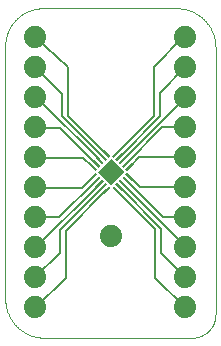
<source format=gtl>
G75*
%MOIN*%
%OFA0B0*%
%FSLAX25Y25*%
%IPPOS*%
%LPD*%
%AMOC8*
5,1,8,0,0,1.08239X$1,22.5*
%
%ADD10C,0.00000*%
%ADD11C,0.07400*%
%ADD12R,0.06299X0.06299*%
%ADD13R,0.03150X0.00787*%
%ADD14C,0.00787*%
%ADD15C,0.00984*%
%ADD16C,0.01000*%
%ADD17C,0.02978*%
D10*
X0001000Y0013992D02*
X0001000Y0098244D01*
X0001004Y0098548D01*
X0001015Y0098853D01*
X0001033Y0099157D01*
X0001059Y0099460D01*
X0001092Y0099763D01*
X0001132Y0100064D01*
X0001180Y0100365D01*
X0001235Y0100664D01*
X0001297Y0100962D01*
X0001366Y0101259D01*
X0001442Y0101554D01*
X0001526Y0101846D01*
X0001617Y0102137D01*
X0001714Y0102425D01*
X0001819Y0102711D01*
X0001930Y0102995D01*
X0002048Y0103275D01*
X0002173Y0103553D01*
X0002305Y0103827D01*
X0002443Y0104099D01*
X0002588Y0104366D01*
X0002739Y0104631D01*
X0002896Y0104891D01*
X0003060Y0105148D01*
X0003230Y0105400D01*
X0003406Y0105649D01*
X0003588Y0105893D01*
X0003776Y0106133D01*
X0003969Y0106368D01*
X0004168Y0106598D01*
X0004373Y0106823D01*
X0004583Y0107044D01*
X0004798Y0107259D01*
X0005019Y0107469D01*
X0005244Y0107674D01*
X0005474Y0107873D01*
X0005709Y0108066D01*
X0005949Y0108254D01*
X0006193Y0108436D01*
X0006442Y0108612D01*
X0006694Y0108782D01*
X0006951Y0108946D01*
X0007211Y0109103D01*
X0007476Y0109254D01*
X0007743Y0109399D01*
X0008015Y0109537D01*
X0008289Y0109669D01*
X0008567Y0109794D01*
X0008847Y0109912D01*
X0009131Y0110023D01*
X0009417Y0110128D01*
X0009705Y0110225D01*
X0009996Y0110316D01*
X0010288Y0110400D01*
X0010583Y0110476D01*
X0010880Y0110545D01*
X0011178Y0110607D01*
X0011477Y0110662D01*
X0011778Y0110710D01*
X0012079Y0110750D01*
X0012382Y0110783D01*
X0012685Y0110809D01*
X0012989Y0110827D01*
X0013294Y0110838D01*
X0013598Y0110842D01*
X0013598Y0110843D02*
X0058087Y0110843D01*
X0058087Y0110842D02*
X0058401Y0110838D01*
X0058715Y0110827D01*
X0059028Y0110808D01*
X0059341Y0110781D01*
X0059653Y0110747D01*
X0059964Y0110706D01*
X0060274Y0110657D01*
X0060583Y0110600D01*
X0060890Y0110536D01*
X0061196Y0110464D01*
X0061500Y0110386D01*
X0061802Y0110300D01*
X0062102Y0110206D01*
X0062399Y0110106D01*
X0062694Y0109998D01*
X0062986Y0109883D01*
X0063276Y0109761D01*
X0063562Y0109632D01*
X0063845Y0109496D01*
X0064125Y0109354D01*
X0064401Y0109205D01*
X0064673Y0109049D01*
X0064942Y0108886D01*
X0065207Y0108717D01*
X0065467Y0108542D01*
X0065724Y0108361D01*
X0065975Y0108173D01*
X0066222Y0107980D01*
X0066465Y0107780D01*
X0066702Y0107575D01*
X0066935Y0107364D01*
X0067162Y0107147D01*
X0067384Y0106925D01*
X0067601Y0106698D01*
X0067812Y0106465D01*
X0068017Y0106228D01*
X0068217Y0105985D01*
X0068410Y0105738D01*
X0068598Y0105487D01*
X0068779Y0105230D01*
X0068954Y0104970D01*
X0069123Y0104705D01*
X0069286Y0104436D01*
X0069442Y0104164D01*
X0069591Y0103888D01*
X0069733Y0103608D01*
X0069869Y0103325D01*
X0069998Y0103039D01*
X0070120Y0102749D01*
X0070235Y0102457D01*
X0070343Y0102162D01*
X0070443Y0101865D01*
X0070537Y0101565D01*
X0070623Y0101263D01*
X0070701Y0100959D01*
X0070773Y0100653D01*
X0070837Y0100346D01*
X0070894Y0100037D01*
X0070943Y0099727D01*
X0070984Y0099416D01*
X0071018Y0099104D01*
X0071045Y0098791D01*
X0071064Y0098478D01*
X0071075Y0098164D01*
X0071079Y0097850D01*
X0071079Y0008874D01*
X0071077Y0008684D01*
X0071070Y0008494D01*
X0071058Y0008304D01*
X0071042Y0008114D01*
X0071022Y0007925D01*
X0070996Y0007736D01*
X0070967Y0007548D01*
X0070932Y0007361D01*
X0070893Y0007175D01*
X0070850Y0006990D01*
X0070802Y0006805D01*
X0070750Y0006622D01*
X0070694Y0006441D01*
X0070633Y0006261D01*
X0070567Y0006082D01*
X0070498Y0005905D01*
X0070424Y0005729D01*
X0070346Y0005556D01*
X0070263Y0005384D01*
X0070177Y0005215D01*
X0070087Y0005047D01*
X0069992Y0004882D01*
X0069894Y0004719D01*
X0069791Y0004559D01*
X0069685Y0004401D01*
X0069575Y0004246D01*
X0069462Y0004093D01*
X0069344Y0003943D01*
X0069223Y0003797D01*
X0069099Y0003653D01*
X0068971Y0003512D01*
X0068840Y0003374D01*
X0068705Y0003239D01*
X0068567Y0003108D01*
X0068426Y0002980D01*
X0068282Y0002856D01*
X0068136Y0002735D01*
X0067986Y0002617D01*
X0067833Y0002504D01*
X0067678Y0002394D01*
X0067520Y0002288D01*
X0067360Y0002185D01*
X0067197Y0002087D01*
X0067032Y0001992D01*
X0066864Y0001902D01*
X0066695Y0001816D01*
X0066523Y0001733D01*
X0066350Y0001655D01*
X0066174Y0001581D01*
X0065997Y0001512D01*
X0065818Y0001446D01*
X0065638Y0001385D01*
X0065457Y0001329D01*
X0065274Y0001277D01*
X0065089Y0001229D01*
X0064904Y0001186D01*
X0064718Y0001147D01*
X0064531Y0001112D01*
X0064343Y0001083D01*
X0064154Y0001057D01*
X0063965Y0001037D01*
X0063775Y0001021D01*
X0063585Y0001009D01*
X0063395Y0001002D01*
X0063205Y0001000D01*
X0013992Y0001000D01*
X0013678Y0001004D01*
X0013364Y0001015D01*
X0013051Y0001034D01*
X0012738Y0001061D01*
X0012426Y0001095D01*
X0012115Y0001136D01*
X0011805Y0001185D01*
X0011496Y0001242D01*
X0011189Y0001306D01*
X0010883Y0001378D01*
X0010579Y0001456D01*
X0010277Y0001542D01*
X0009977Y0001636D01*
X0009680Y0001736D01*
X0009385Y0001844D01*
X0009093Y0001959D01*
X0008803Y0002081D01*
X0008517Y0002210D01*
X0008234Y0002346D01*
X0007954Y0002488D01*
X0007678Y0002637D01*
X0007406Y0002793D01*
X0007137Y0002956D01*
X0006872Y0003125D01*
X0006612Y0003300D01*
X0006355Y0003481D01*
X0006104Y0003669D01*
X0005857Y0003862D01*
X0005614Y0004062D01*
X0005377Y0004267D01*
X0005144Y0004478D01*
X0004917Y0004695D01*
X0004695Y0004917D01*
X0004478Y0005144D01*
X0004267Y0005377D01*
X0004062Y0005614D01*
X0003862Y0005857D01*
X0003669Y0006104D01*
X0003481Y0006355D01*
X0003300Y0006612D01*
X0003125Y0006872D01*
X0002956Y0007137D01*
X0002793Y0007406D01*
X0002637Y0007678D01*
X0002488Y0007954D01*
X0002346Y0008234D01*
X0002210Y0008517D01*
X0002081Y0008803D01*
X0001959Y0009093D01*
X0001844Y0009385D01*
X0001736Y0009680D01*
X0001636Y0009977D01*
X0001542Y0010277D01*
X0001456Y0010579D01*
X0001378Y0010883D01*
X0001306Y0011189D01*
X0001242Y0011496D01*
X0001185Y0011805D01*
X0001136Y0012115D01*
X0001095Y0012426D01*
X0001061Y0012738D01*
X0001034Y0013051D01*
X0001015Y0013364D01*
X0001004Y0013678D01*
X0001000Y0013992D01*
D11*
X0011039Y0011118D03*
X0011039Y0021118D03*
X0011039Y0031118D03*
X0011039Y0041118D03*
X0011039Y0051118D03*
X0011039Y0061118D03*
X0011039Y0071118D03*
X0011039Y0081118D03*
X0011039Y0091118D03*
X0011039Y0101118D03*
X0036276Y0034858D03*
X0061039Y0031118D03*
X0061039Y0021118D03*
X0061039Y0011118D03*
X0061039Y0041118D03*
X0061039Y0051118D03*
X0061039Y0061118D03*
X0061039Y0071118D03*
X0061039Y0081118D03*
X0061039Y0091118D03*
X0061039Y0101118D03*
D12*
G36*
X0036318Y0060731D02*
X0040771Y0056278D01*
X0036318Y0051825D01*
X0031865Y0056278D01*
X0036318Y0060731D01*
G37*
D13*
G36*
X0039379Y0063238D02*
X0037153Y0061012D01*
X0036597Y0061568D01*
X0038823Y0063794D01*
X0039379Y0063238D01*
G37*
G36*
X0040493Y0062124D02*
X0038267Y0059898D01*
X0037711Y0060454D01*
X0039937Y0062680D01*
X0040493Y0062124D01*
G37*
G36*
X0041606Y0061011D02*
X0039380Y0058785D01*
X0038824Y0059341D01*
X0041050Y0061567D01*
X0041606Y0061011D01*
G37*
G36*
X0039938Y0058227D02*
X0042164Y0060453D01*
X0042720Y0059897D01*
X0040494Y0057671D01*
X0039938Y0058227D01*
G37*
G36*
X0043833Y0058784D02*
X0041607Y0056558D01*
X0041051Y0057114D01*
X0043277Y0059340D01*
X0043833Y0058784D01*
G37*
G36*
X0043277Y0053217D02*
X0041051Y0055443D01*
X0041607Y0055999D01*
X0043833Y0053773D01*
X0043277Y0053217D01*
G37*
G36*
X0042164Y0052104D02*
X0039938Y0054330D01*
X0040494Y0054886D01*
X0042720Y0052660D01*
X0042164Y0052104D01*
G37*
G36*
X0041050Y0050990D02*
X0038824Y0053216D01*
X0039380Y0053772D01*
X0041606Y0051546D01*
X0041050Y0050990D01*
G37*
G36*
X0038267Y0052658D02*
X0040493Y0050432D01*
X0039937Y0049876D01*
X0037711Y0052102D01*
X0038267Y0052658D01*
G37*
G36*
X0037153Y0051545D02*
X0039379Y0049319D01*
X0038823Y0048763D01*
X0036597Y0050989D01*
X0037153Y0051545D01*
G37*
G36*
X0036038Y0050989D02*
X0033812Y0048763D01*
X0033256Y0049319D01*
X0035482Y0051545D01*
X0036038Y0050989D01*
G37*
G36*
X0034925Y0052102D02*
X0032699Y0049876D01*
X0032143Y0050432D01*
X0034369Y0052658D01*
X0034925Y0052102D01*
G37*
G36*
X0031029Y0051546D02*
X0033255Y0053772D01*
X0033811Y0053216D01*
X0031585Y0050990D01*
X0031029Y0051546D01*
G37*
G36*
X0029916Y0052660D02*
X0032142Y0054886D01*
X0032698Y0054330D01*
X0030472Y0052104D01*
X0029916Y0052660D01*
G37*
G36*
X0028802Y0053773D02*
X0031028Y0055999D01*
X0031584Y0055443D01*
X0029358Y0053217D01*
X0028802Y0053773D01*
G37*
G36*
X0029358Y0059340D02*
X0031584Y0057114D01*
X0031028Y0056558D01*
X0028802Y0058784D01*
X0029358Y0059340D01*
G37*
G36*
X0032142Y0057671D02*
X0029916Y0059897D01*
X0030472Y0060453D01*
X0032698Y0058227D01*
X0032142Y0057671D01*
G37*
G36*
X0033255Y0058785D02*
X0031029Y0061011D01*
X0031585Y0061567D01*
X0033811Y0059341D01*
X0033255Y0058785D01*
G37*
G36*
X0034369Y0059898D02*
X0032143Y0062124D01*
X0032699Y0062680D01*
X0034925Y0060454D01*
X0034369Y0059898D01*
G37*
G36*
X0035482Y0061012D02*
X0033256Y0063238D01*
X0033812Y0063794D01*
X0036038Y0061568D01*
X0035482Y0061012D01*
G37*
D14*
X0034647Y0062403D02*
X0022063Y0074987D01*
X0022063Y0091354D01*
X0011039Y0101118D01*
X0011039Y0091118D02*
X0019898Y0082260D01*
X0019898Y0075016D01*
X0033534Y0061301D01*
X0033534Y0061289D01*
X0032454Y0060176D02*
X0012811Y0079740D01*
X0011079Y0071079D02*
X0019307Y0071079D01*
X0031307Y0059079D01*
X0031307Y0059062D01*
X0032420Y0060176D02*
X0032454Y0060176D01*
X0030193Y0057949D02*
X0029917Y0058264D01*
X0026984Y0061039D01*
X0011118Y0061039D01*
X0011157Y0051000D02*
X0026591Y0051000D01*
X0030193Y0054603D01*
X0030193Y0054608D01*
X0031307Y0053495D02*
X0031250Y0053416D01*
X0018913Y0041157D01*
X0011079Y0041157D01*
X0011157Y0031118D02*
X0032420Y0052381D01*
X0033534Y0051267D02*
X0019110Y0036844D01*
X0019110Y0029346D01*
X0011039Y0021276D01*
X0021079Y0021079D02*
X0011118Y0011118D01*
X0021079Y0021079D02*
X0021079Y0036585D01*
X0034647Y0050154D01*
X0037988Y0050154D02*
X0051000Y0037142D01*
X0051000Y0021079D01*
X0060961Y0011118D01*
X0061039Y0021276D02*
X0052969Y0029346D01*
X0052969Y0037401D01*
X0039102Y0051267D01*
X0040215Y0052381D02*
X0061039Y0031557D01*
X0061039Y0041118D02*
X0053705Y0041118D01*
X0041329Y0053495D01*
X0042442Y0054608D02*
X0045932Y0051118D01*
X0061039Y0051118D01*
X0061039Y0061118D02*
X0045612Y0061118D01*
X0042442Y0057949D01*
X0041329Y0059062D02*
X0053385Y0071118D01*
X0061039Y0071118D01*
X0061039Y0081000D02*
X0040215Y0060176D01*
X0039102Y0061289D02*
X0052575Y0074763D01*
X0052575Y0082496D01*
X0060803Y0091118D01*
X0060173Y0101118D02*
X0050606Y0091157D01*
X0050606Y0075021D01*
X0037988Y0062403D01*
D15*
X0012811Y0079740D02*
X0012417Y0079740D01*
X0011039Y0081118D01*
X0011039Y0071118D02*
X0011079Y0071079D01*
X0011039Y0061118D02*
X0011118Y0061039D01*
X0011079Y0041157D02*
X0011039Y0041118D01*
D16*
X0011157Y0051000D02*
X0011039Y0051118D01*
X0011039Y0031118D02*
X0011157Y0031118D01*
X0011039Y0021276D02*
X0011039Y0021118D01*
X0011039Y0011118D02*
X0011118Y0011118D01*
X0060961Y0011118D02*
X0061039Y0011118D01*
X0061039Y0021118D02*
X0061039Y0021276D01*
X0061039Y0031118D02*
X0061039Y0031557D01*
X0061039Y0081000D02*
X0061039Y0081118D01*
X0061039Y0091118D02*
X0060803Y0091118D01*
X0061039Y0101118D02*
X0060173Y0101118D01*
D17*
X0036315Y0056315D03*
M02*

</source>
